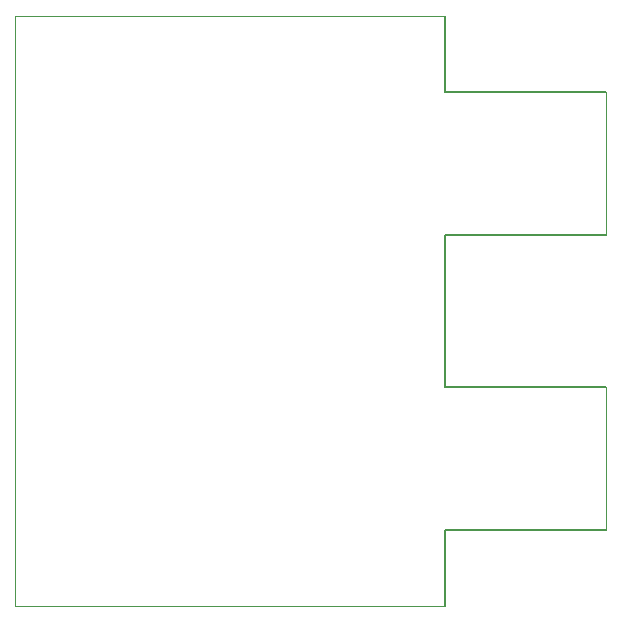
<source format=gbr>
G04 (created by PCBNEW (2013-mar-13)-testing) date Sat 22 Jun 2013 05:06:15 PM ICT*
%MOIN*%
G04 Gerber Fmt 3.4, Leading zero omitted, Abs format*
%FSLAX34Y34*%
G01*
G70*
G90*
G04 APERTURE LIST*
%ADD10C,0.00393701*%
%ADD11C,0.00590551*%
G04 APERTURE END LIST*
G54D10*
G54D11*
X53681Y-32066D02*
X53681Y-26988D01*
X59055Y-32066D02*
X53681Y-32066D01*
X59055Y-22224D02*
X53681Y-22224D01*
X59055Y-26988D02*
X53681Y-26988D01*
X53681Y-36830D02*
X53681Y-39370D01*
X53681Y-22224D02*
X53681Y-19685D01*
X59055Y-36830D02*
X53681Y-36830D01*
G54D10*
X39370Y-19685D02*
X53681Y-19685D01*
X59055Y-22224D02*
X59055Y-26988D01*
X59055Y-32066D02*
X59055Y-36830D01*
X53681Y-39370D02*
X39370Y-39370D01*
X39370Y-39370D02*
X39370Y-19685D01*
M02*

</source>
